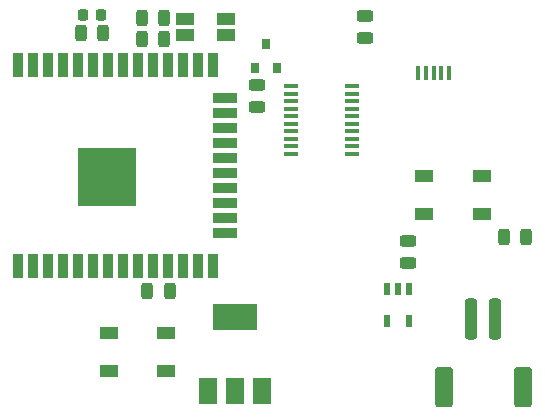
<source format=gbr>
G04 #@! TF.GenerationSoftware,KiCad,Pcbnew,7.0.9*
G04 #@! TF.CreationDate,2023-12-15T21:40:49-05:00*
G04 #@! TF.ProjectId,MainBoard,4d61696e-426f-4617-9264-2e6b69636164,rev?*
G04 #@! TF.SameCoordinates,Original*
G04 #@! TF.FileFunction,Paste,Top*
G04 #@! TF.FilePolarity,Positive*
%FSLAX46Y46*%
G04 Gerber Fmt 4.6, Leading zero omitted, Abs format (unit mm)*
G04 Created by KiCad (PCBNEW 7.0.9) date 2023-12-15 21:40:49*
%MOMM*%
%LPD*%
G01*
G04 APERTURE LIST*
G04 Aperture macros list*
%AMRoundRect*
0 Rectangle with rounded corners*
0 $1 Rounding radius*
0 $2 $3 $4 $5 $6 $7 $8 $9 X,Y pos of 4 corners*
0 Add a 4 corners polygon primitive as box body*
4,1,4,$2,$3,$4,$5,$6,$7,$8,$9,$2,$3,0*
0 Add four circle primitives for the rounded corners*
1,1,$1+$1,$2,$3*
1,1,$1+$1,$4,$5*
1,1,$1+$1,$6,$7*
1,1,$1+$1,$8,$9*
0 Add four rect primitives between the rounded corners*
20,1,$1+$1,$2,$3,$4,$5,0*
20,1,$1+$1,$4,$5,$6,$7,0*
20,1,$1+$1,$6,$7,$8,$9,0*
20,1,$1+$1,$8,$9,$2,$3,0*%
G04 Aperture macros list end*
%ADD10RoundRect,0.243750X0.243750X0.456250X-0.243750X0.456250X-0.243750X-0.456250X0.243750X-0.456250X0*%
%ADD11RoundRect,0.243750X-0.243750X-0.456250X0.243750X-0.456250X0.243750X0.456250X-0.243750X0.456250X0*%
%ADD12R,0.600000X1.050000*%
%ADD13R,0.450000X1.300000*%
%ADD14RoundRect,0.243750X0.456250X-0.243750X0.456250X0.243750X-0.456250X0.243750X-0.456250X-0.243750X0*%
%ADD15R,1.200000X0.400000*%
%ADD16R,0.800000X0.900000*%
%ADD17RoundRect,0.243750X-0.456250X0.243750X-0.456250X-0.243750X0.456250X-0.243750X0.456250X0.243750X0*%
%ADD18R,1.500000X2.200000*%
%ADD19R,3.800000X2.200000*%
%ADD20RoundRect,0.218750X-0.218750X-0.256250X0.218750X-0.256250X0.218750X0.256250X-0.218750X0.256250X0*%
%ADD21R,1.500000X1.000000*%
%ADD22RoundRect,0.250000X-0.250000X-1.500000X0.250000X-1.500000X0.250000X1.500000X-0.250000X1.500000X0*%
%ADD23RoundRect,0.250001X-0.499999X-1.449999X0.499999X-1.449999X0.499999X1.449999X-0.499999X1.449999X0*%
%ADD24R,5.000000X5.000000*%
%ADD25R,0.900000X2.000000*%
%ADD26R,2.000000X0.900000*%
G04 APERTURE END LIST*
D10*
X106529900Y-98806000D03*
X108404900Y-98806000D03*
X75897500Y-82042000D03*
X77772500Y-82042000D03*
X77772500Y-80264000D03*
X75897500Y-80264000D03*
D11*
X72565500Y-81534000D03*
X70690500Y-81534000D03*
X76342000Y-103378000D03*
X78217000Y-103378000D03*
D12*
X98486000Y-105871000D03*
X96586000Y-105871000D03*
X96586000Y-103171000D03*
X97536000Y-103171000D03*
X98486000Y-103171000D03*
D13*
X101884000Y-84881800D03*
X101234000Y-84881800D03*
X100584000Y-84881800D03*
X99934000Y-84881800D03*
X99284000Y-84881800D03*
D14*
X94742000Y-81963500D03*
X94742000Y-80088500D03*
D15*
X88459000Y-86042500D03*
X88459000Y-86677500D03*
X88459000Y-87312500D03*
X88459000Y-87947500D03*
X88459000Y-88582500D03*
X88459000Y-89217500D03*
X88459000Y-89852500D03*
X88459000Y-90487500D03*
X88459000Y-91122500D03*
X88459000Y-91757500D03*
X93659000Y-91757500D03*
X93659000Y-91122500D03*
X93659000Y-90487500D03*
X93659000Y-89852500D03*
X93659000Y-89217500D03*
X93659000Y-88582500D03*
X93659000Y-87947500D03*
X93659000Y-87312500D03*
X93659000Y-86677500D03*
X93659000Y-86042500D03*
D16*
X86360000Y-82439000D03*
X87310000Y-84439000D03*
X85410000Y-84439000D03*
D17*
X85598000Y-85930500D03*
X85598000Y-87805500D03*
D18*
X86069200Y-111862000D03*
X83769200Y-111862000D03*
X81469200Y-111862000D03*
D19*
X83769200Y-105562000D03*
D14*
X98386900Y-100962700D03*
X98386900Y-99087700D03*
D20*
X70866000Y-80010000D03*
X72441000Y-80010000D03*
D21*
X83030000Y-81726000D03*
X83030000Y-80326000D03*
X79530000Y-81726000D03*
X79530000Y-80326000D03*
D22*
X103775000Y-105735000D03*
X105775000Y-105735000D03*
D23*
X101425000Y-111485000D03*
X108125000Y-111485000D03*
D21*
X99785000Y-93650000D03*
X99785000Y-96850000D03*
X104685000Y-93650000D03*
X104685000Y-96850000D03*
X73051500Y-106921500D03*
X73051500Y-110121500D03*
X77951500Y-106921500D03*
X77951500Y-110121500D03*
D24*
X72905000Y-93710000D03*
D25*
X65405000Y-101210000D03*
X66675000Y-101210000D03*
X67945000Y-101210000D03*
X69215000Y-101210000D03*
X70485000Y-101210000D03*
X71755000Y-101210000D03*
X73025000Y-101210000D03*
X74295000Y-101210000D03*
X75565000Y-101210000D03*
X76835000Y-101210000D03*
X78105000Y-101210000D03*
X79375000Y-101210000D03*
X80645000Y-101210000D03*
X81915000Y-101210000D03*
D26*
X82915000Y-98425000D03*
X82915000Y-97155000D03*
X82915000Y-95885000D03*
X82915000Y-94615000D03*
X82915000Y-93345000D03*
X82915000Y-92075000D03*
X82915000Y-90805000D03*
X82915000Y-89535000D03*
X82915000Y-88265000D03*
X82915000Y-86995000D03*
D25*
X81915000Y-84210000D03*
X80645000Y-84210000D03*
X79375000Y-84210000D03*
X78105000Y-84210000D03*
X76835000Y-84210000D03*
X75565000Y-84210000D03*
X74295000Y-84210000D03*
X73025000Y-84210000D03*
X71755000Y-84210000D03*
X70485000Y-84210000D03*
X69215000Y-84210000D03*
X67945000Y-84210000D03*
X66675000Y-84210000D03*
X65405000Y-84210000D03*
M02*

</source>
